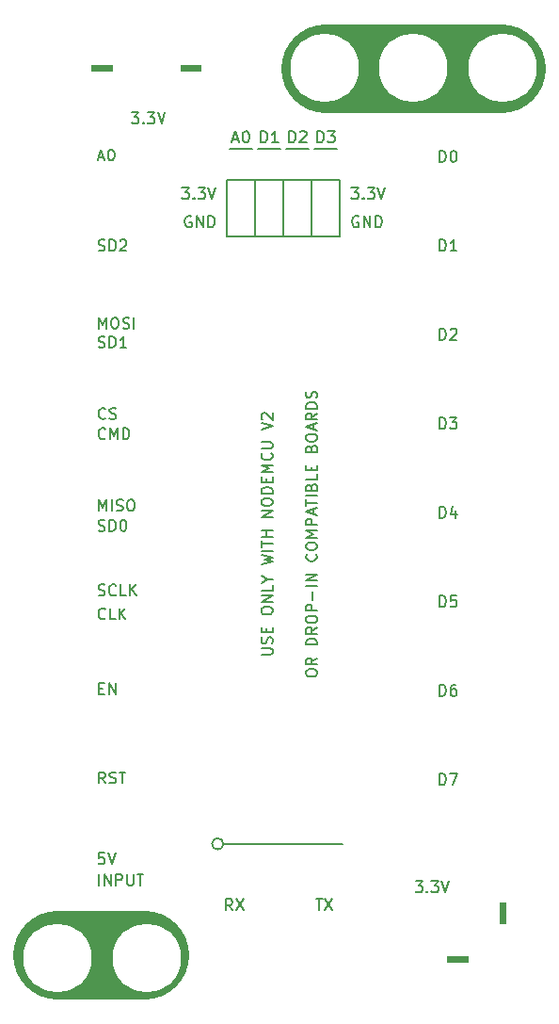
<source format=gto>
%TF.GenerationSoftware,KiCad,Pcbnew,4.0.7-e2-6376~58~ubuntu16.04.1*%
%TF.CreationDate,2018-07-18T10:10:47-07:00*%
%TF.ProjectId,6x11-NodeMCU-V2-Breakout,367831312D4E6F64654D43552D56322D,1.0*%
%TF.FileFunction,Legend,Top*%
%FSLAX46Y46*%
G04 Gerber Fmt 4.6, Leading zero omitted, Abs format (unit mm)*
G04 Created by KiCad (PCBNEW 4.0.7-e2-6376~58~ubuntu16.04.1) date Wed Jul 18 10:10:47 2018*
%MOMM*%
%LPD*%
G01*
G04 APERTURE LIST*
%ADD10C,0.350000*%
%ADD11C,0.152400*%
%ADD12C,0.150000*%
%ADD13C,0.600000*%
%ADD14C,8.000000*%
%ADD15C,0.300000*%
%ADD16C,0.254000*%
%ADD17R,2.184400X1.879600*%
%ADD18O,2.184400X1.879600*%
%ADD19C,6.152400*%
%ADD20C,1.879600*%
G04 APERTURE END LIST*
D10*
D11*
X57694286Y-31919333D02*
X58178095Y-31919333D01*
X57597524Y-32209619D02*
X57936191Y-31193619D01*
X58274857Y-32209619D01*
X58807048Y-31193619D02*
X58903809Y-31193619D01*
X59000571Y-31242000D01*
X59048952Y-31290381D01*
X59097333Y-31387143D01*
X59145714Y-31580667D01*
X59145714Y-31822571D01*
X59097333Y-32016095D01*
X59048952Y-32112857D01*
X59000571Y-32161238D01*
X58903809Y-32209619D01*
X58807048Y-32209619D01*
X58710286Y-32161238D01*
X58661905Y-32112857D01*
X58613524Y-32016095D01*
X58565143Y-31822571D01*
X58565143Y-31580667D01*
X58613524Y-31387143D01*
X58661905Y-31290381D01*
X58710286Y-31242000D01*
X58807048Y-31193619D01*
X60210096Y-32209619D02*
X60210096Y-31193619D01*
X60452001Y-31193619D01*
X60597143Y-31242000D01*
X60693905Y-31338762D01*
X60742286Y-31435524D01*
X60790667Y-31629048D01*
X60790667Y-31774190D01*
X60742286Y-31967714D01*
X60693905Y-32064476D01*
X60597143Y-32161238D01*
X60452001Y-32209619D01*
X60210096Y-32209619D01*
X61758286Y-32209619D02*
X61177715Y-32209619D01*
X61468001Y-32209619D02*
X61468001Y-31193619D01*
X61371239Y-31338762D01*
X61274477Y-31435524D01*
X61177715Y-31483905D01*
X62750096Y-32209619D02*
X62750096Y-31193619D01*
X62992001Y-31193619D01*
X63137143Y-31242000D01*
X63233905Y-31338762D01*
X63282286Y-31435524D01*
X63330667Y-31629048D01*
X63330667Y-31774190D01*
X63282286Y-31967714D01*
X63233905Y-32064476D01*
X63137143Y-32161238D01*
X62992001Y-32209619D01*
X62750096Y-32209619D01*
X63717715Y-31290381D02*
X63766096Y-31242000D01*
X63862858Y-31193619D01*
X64104762Y-31193619D01*
X64201524Y-31242000D01*
X64249905Y-31290381D01*
X64298286Y-31387143D01*
X64298286Y-31483905D01*
X64249905Y-31629048D01*
X63669334Y-32209619D01*
X64298286Y-32209619D01*
X65290096Y-32209619D02*
X65290096Y-31193619D01*
X65532001Y-31193619D01*
X65677143Y-31242000D01*
X65773905Y-31338762D01*
X65822286Y-31435524D01*
X65870667Y-31629048D01*
X65870667Y-31774190D01*
X65822286Y-31967714D01*
X65773905Y-32064476D01*
X65677143Y-32161238D01*
X65532001Y-32209619D01*
X65290096Y-32209619D01*
X66209334Y-31193619D02*
X66838286Y-31193619D01*
X66499620Y-31580667D01*
X66644762Y-31580667D01*
X66741524Y-31629048D01*
X66789905Y-31677429D01*
X66838286Y-31774190D01*
X66838286Y-32016095D01*
X66789905Y-32112857D01*
X66741524Y-32161238D01*
X66644762Y-32209619D01*
X66354477Y-32209619D01*
X66257715Y-32161238D01*
X66209334Y-32112857D01*
X53110191Y-36273619D02*
X53739143Y-36273619D01*
X53400477Y-36660667D01*
X53545619Y-36660667D01*
X53642381Y-36709048D01*
X53690762Y-36757429D01*
X53739143Y-36854190D01*
X53739143Y-37096095D01*
X53690762Y-37192857D01*
X53642381Y-37241238D01*
X53545619Y-37289619D01*
X53255334Y-37289619D01*
X53158572Y-37241238D01*
X53110191Y-37192857D01*
X54174572Y-37192857D02*
X54222953Y-37241238D01*
X54174572Y-37289619D01*
X54126191Y-37241238D01*
X54174572Y-37192857D01*
X54174572Y-37289619D01*
X54561620Y-36273619D02*
X55190572Y-36273619D01*
X54851906Y-36660667D01*
X54997048Y-36660667D01*
X55093810Y-36709048D01*
X55142191Y-36757429D01*
X55190572Y-36854190D01*
X55190572Y-37096095D01*
X55142191Y-37192857D01*
X55093810Y-37241238D01*
X54997048Y-37289619D01*
X54706763Y-37289619D01*
X54610001Y-37241238D01*
X54561620Y-37192857D01*
X55480858Y-36273619D02*
X55819525Y-37289619D01*
X56158191Y-36273619D01*
X53932667Y-38862000D02*
X53835905Y-38813619D01*
X53690762Y-38813619D01*
X53545620Y-38862000D01*
X53448858Y-38958762D01*
X53400477Y-39055524D01*
X53352096Y-39249048D01*
X53352096Y-39394190D01*
X53400477Y-39587714D01*
X53448858Y-39684476D01*
X53545620Y-39781238D01*
X53690762Y-39829619D01*
X53787524Y-39829619D01*
X53932667Y-39781238D01*
X53981048Y-39732857D01*
X53981048Y-39394190D01*
X53787524Y-39394190D01*
X54416477Y-39829619D02*
X54416477Y-38813619D01*
X54997048Y-39829619D01*
X54997048Y-38813619D01*
X55480858Y-39829619D02*
X55480858Y-38813619D01*
X55722763Y-38813619D01*
X55867905Y-38862000D01*
X55964667Y-38958762D01*
X56013048Y-39055524D01*
X56061429Y-39249048D01*
X56061429Y-39394190D01*
X56013048Y-39587714D01*
X55964667Y-39684476D01*
X55867905Y-39781238D01*
X55722763Y-39829619D01*
X55480858Y-39829619D01*
X68979143Y-38862000D02*
X68882381Y-38813619D01*
X68737238Y-38813619D01*
X68592096Y-38862000D01*
X68495334Y-38958762D01*
X68446953Y-39055524D01*
X68398572Y-39249048D01*
X68398572Y-39394190D01*
X68446953Y-39587714D01*
X68495334Y-39684476D01*
X68592096Y-39781238D01*
X68737238Y-39829619D01*
X68834000Y-39829619D01*
X68979143Y-39781238D01*
X69027524Y-39732857D01*
X69027524Y-39394190D01*
X68834000Y-39394190D01*
X69462953Y-39829619D02*
X69462953Y-38813619D01*
X70043524Y-39829619D01*
X70043524Y-38813619D01*
X70527334Y-39829619D02*
X70527334Y-38813619D01*
X70769239Y-38813619D01*
X70914381Y-38862000D01*
X71011143Y-38958762D01*
X71059524Y-39055524D01*
X71107905Y-39249048D01*
X71107905Y-39394190D01*
X71059524Y-39587714D01*
X71011143Y-39684476D01*
X70914381Y-39781238D01*
X70769239Y-39829619D01*
X70527334Y-39829619D01*
X68350191Y-36273619D02*
X68979143Y-36273619D01*
X68640477Y-36660667D01*
X68785619Y-36660667D01*
X68882381Y-36709048D01*
X68930762Y-36757429D01*
X68979143Y-36854190D01*
X68979143Y-37096095D01*
X68930762Y-37192857D01*
X68882381Y-37241238D01*
X68785619Y-37289619D01*
X68495334Y-37289619D01*
X68398572Y-37241238D01*
X68350191Y-37192857D01*
X69414572Y-37192857D02*
X69462953Y-37241238D01*
X69414572Y-37289619D01*
X69366191Y-37241238D01*
X69414572Y-37192857D01*
X69414572Y-37289619D01*
X69801620Y-36273619D02*
X70430572Y-36273619D01*
X70091906Y-36660667D01*
X70237048Y-36660667D01*
X70333810Y-36709048D01*
X70382191Y-36757429D01*
X70430572Y-36854190D01*
X70430572Y-37096095D01*
X70382191Y-37192857D01*
X70333810Y-37241238D01*
X70237048Y-37289619D01*
X69946763Y-37289619D01*
X69850001Y-37241238D01*
X69801620Y-37192857D01*
X70720858Y-36273619D02*
X71059525Y-37289619D01*
X71398191Y-36273619D01*
D12*
X64770000Y-35560000D02*
X64770000Y-40640000D01*
X64770000Y-40640000D02*
X67310000Y-40640000D01*
X67310000Y-40640000D02*
X67310000Y-35560000D01*
X67310000Y-35560000D02*
X64770000Y-35560000D01*
X65040000Y-32790000D02*
X67040000Y-32790000D01*
X62230000Y-35560000D02*
X62230000Y-40640000D01*
X62230000Y-40640000D02*
X64770000Y-40640000D01*
X64770000Y-40640000D02*
X64770000Y-35560000D01*
X64770000Y-35560000D02*
X62230000Y-35560000D01*
X62500000Y-32790000D02*
X64500000Y-32790000D01*
X59690000Y-35560000D02*
X59690000Y-40640000D01*
X59690000Y-40640000D02*
X62230000Y-40640000D01*
X62230000Y-40640000D02*
X62230000Y-35560000D01*
X62230000Y-35560000D02*
X59690000Y-35560000D01*
X59960000Y-32790000D02*
X61960000Y-32790000D01*
D11*
X56896000Y-95250000D02*
X67564000Y-95250000D01*
X56833433Y-95250000D02*
G75*
G03X56833433Y-95250000I-508933J0D01*
G01*
D12*
X57150000Y-35560000D02*
X57150000Y-40640000D01*
X57150000Y-40640000D02*
X59690000Y-40640000D01*
X59690000Y-40640000D02*
X59690000Y-35560000D01*
X59690000Y-35560000D02*
X57150000Y-35560000D01*
X57420000Y-32790000D02*
X59420000Y-32790000D01*
D13*
X81941400Y-97701600D02*
X81941400Y-105601600D01*
D14*
X49741400Y-105251600D02*
X41937400Y-105251600D01*
X66041400Y-25601600D02*
X81841400Y-25601600D01*
D13*
X73941400Y-105601600D02*
X81841400Y-105601600D01*
X41441400Y-25501600D02*
X58241400Y-25501600D01*
D12*
X76301638Y-57953981D02*
X76301638Y-56953981D01*
X76539733Y-56953981D01*
X76682591Y-57001600D01*
X76777829Y-57096838D01*
X76825448Y-57192076D01*
X76873067Y-57382552D01*
X76873067Y-57525410D01*
X76825448Y-57715886D01*
X76777829Y-57811124D01*
X76682591Y-57906362D01*
X76539733Y-57953981D01*
X76301638Y-57953981D01*
X77206400Y-56953981D02*
X77825448Y-56953981D01*
X77492114Y-57334933D01*
X77634972Y-57334933D01*
X77730210Y-57382552D01*
X77777829Y-57430171D01*
X77825448Y-57525410D01*
X77825448Y-57763505D01*
X77777829Y-57858743D01*
X77730210Y-57906362D01*
X77634972Y-57953981D01*
X77349257Y-57953981D01*
X77254019Y-57906362D01*
X77206400Y-57858743D01*
X76301638Y-65953981D02*
X76301638Y-64953981D01*
X76539733Y-64953981D01*
X76682591Y-65001600D01*
X76777829Y-65096838D01*
X76825448Y-65192076D01*
X76873067Y-65382552D01*
X76873067Y-65525410D01*
X76825448Y-65715886D01*
X76777829Y-65811124D01*
X76682591Y-65906362D01*
X76539733Y-65953981D01*
X76301638Y-65953981D01*
X77730210Y-65287314D02*
X77730210Y-65953981D01*
X77492114Y-64906362D02*
X77254019Y-65620648D01*
X77873067Y-65620648D01*
X76301638Y-41953981D02*
X76301638Y-40953981D01*
X76539733Y-40953981D01*
X76682591Y-41001600D01*
X76777829Y-41096838D01*
X76825448Y-41192076D01*
X76873067Y-41382552D01*
X76873067Y-41525410D01*
X76825448Y-41715886D01*
X76777829Y-41811124D01*
X76682591Y-41906362D01*
X76539733Y-41953981D01*
X76301638Y-41953981D01*
X77825448Y-41953981D02*
X77254019Y-41953981D01*
X77539733Y-41953981D02*
X77539733Y-40953981D01*
X77444495Y-41096838D01*
X77349257Y-41192076D01*
X77254019Y-41239695D01*
X76301638Y-49953981D02*
X76301638Y-48953981D01*
X76539733Y-48953981D01*
X76682591Y-49001600D01*
X76777829Y-49096838D01*
X76825448Y-49192076D01*
X76873067Y-49382552D01*
X76873067Y-49525410D01*
X76825448Y-49715886D01*
X76777829Y-49811124D01*
X76682591Y-49906362D01*
X76539733Y-49953981D01*
X76301638Y-49953981D01*
X77254019Y-49049219D02*
X77301638Y-49001600D01*
X77396876Y-48953981D01*
X77634972Y-48953981D01*
X77730210Y-49001600D01*
X77777829Y-49049219D01*
X77825448Y-49144457D01*
X77825448Y-49239695D01*
X77777829Y-49382552D01*
X77206400Y-49953981D01*
X77825448Y-49953981D01*
X76301638Y-33953981D02*
X76301638Y-32953981D01*
X76539733Y-32953981D01*
X76682591Y-33001600D01*
X76777829Y-33096838D01*
X76825448Y-33192076D01*
X76873067Y-33382552D01*
X76873067Y-33525410D01*
X76825448Y-33715886D01*
X76777829Y-33811124D01*
X76682591Y-33906362D01*
X76539733Y-33953981D01*
X76301638Y-33953981D01*
X77492114Y-32953981D02*
X77587353Y-32953981D01*
X77682591Y-33001600D01*
X77730210Y-33049219D01*
X77777829Y-33144457D01*
X77825448Y-33334933D01*
X77825448Y-33573029D01*
X77777829Y-33763505D01*
X77730210Y-33858743D01*
X77682591Y-33906362D01*
X77587353Y-33953981D01*
X77492114Y-33953981D01*
X77396876Y-33906362D01*
X77349257Y-33858743D01*
X77301638Y-33763505D01*
X77254019Y-33573029D01*
X77254019Y-33334933D01*
X77301638Y-33144457D01*
X77349257Y-33049219D01*
X77396876Y-33001600D01*
X77492114Y-32953981D01*
X76301638Y-73953981D02*
X76301638Y-72953981D01*
X76539733Y-72953981D01*
X76682591Y-73001600D01*
X76777829Y-73096838D01*
X76825448Y-73192076D01*
X76873067Y-73382552D01*
X76873067Y-73525410D01*
X76825448Y-73715886D01*
X76777829Y-73811124D01*
X76682591Y-73906362D01*
X76539733Y-73953981D01*
X76301638Y-73953981D01*
X77777829Y-72953981D02*
X77301638Y-72953981D01*
X77254019Y-73430171D01*
X77301638Y-73382552D01*
X77396876Y-73334933D01*
X77634972Y-73334933D01*
X77730210Y-73382552D01*
X77777829Y-73430171D01*
X77825448Y-73525410D01*
X77825448Y-73763505D01*
X77777829Y-73858743D01*
X77730210Y-73906362D01*
X77634972Y-73953981D01*
X77396876Y-73953981D01*
X77301638Y-73906362D01*
X77254019Y-73858743D01*
X76301638Y-81953981D02*
X76301638Y-80953981D01*
X76539733Y-80953981D01*
X76682591Y-81001600D01*
X76777829Y-81096838D01*
X76825448Y-81192076D01*
X76873067Y-81382552D01*
X76873067Y-81525410D01*
X76825448Y-81715886D01*
X76777829Y-81811124D01*
X76682591Y-81906362D01*
X76539733Y-81953981D01*
X76301638Y-81953981D01*
X77730210Y-80953981D02*
X77539733Y-80953981D01*
X77444495Y-81001600D01*
X77396876Y-81049219D01*
X77301638Y-81192076D01*
X77254019Y-81382552D01*
X77254019Y-81763505D01*
X77301638Y-81858743D01*
X77349257Y-81906362D01*
X77444495Y-81953981D01*
X77634972Y-81953981D01*
X77730210Y-81906362D01*
X77777829Y-81858743D01*
X77825448Y-81763505D01*
X77825448Y-81525410D01*
X77777829Y-81430171D01*
X77730210Y-81382552D01*
X77634972Y-81334933D01*
X77444495Y-81334933D01*
X77349257Y-81382552D01*
X77301638Y-81430171D01*
X77254019Y-81525410D01*
X76301638Y-89953981D02*
X76301638Y-88953981D01*
X76539733Y-88953981D01*
X76682591Y-89001600D01*
X76777829Y-89096838D01*
X76825448Y-89192076D01*
X76873067Y-89382552D01*
X76873067Y-89525410D01*
X76825448Y-89715886D01*
X76777829Y-89811124D01*
X76682591Y-89906362D01*
X76539733Y-89953981D01*
X76301638Y-89953981D01*
X77206400Y-88953981D02*
X77873067Y-88953981D01*
X77444495Y-89953981D01*
X48593210Y-29525981D02*
X49212258Y-29525981D01*
X48878924Y-29906933D01*
X49021782Y-29906933D01*
X49117020Y-29954552D01*
X49164639Y-30002171D01*
X49212258Y-30097410D01*
X49212258Y-30335505D01*
X49164639Y-30430743D01*
X49117020Y-30478362D01*
X49021782Y-30525981D01*
X48736067Y-30525981D01*
X48640829Y-30478362D01*
X48593210Y-30430743D01*
X49640829Y-30430743D02*
X49688448Y-30478362D01*
X49640829Y-30525981D01*
X49593210Y-30478362D01*
X49640829Y-30430743D01*
X49640829Y-30525981D01*
X50021781Y-29525981D02*
X50640829Y-29525981D01*
X50307495Y-29906933D01*
X50450353Y-29906933D01*
X50545591Y-29954552D01*
X50593210Y-30002171D01*
X50640829Y-30097410D01*
X50640829Y-30335505D01*
X50593210Y-30430743D01*
X50545591Y-30478362D01*
X50450353Y-30525981D01*
X50164638Y-30525981D01*
X50069400Y-30478362D01*
X50021781Y-30430743D01*
X50926543Y-29525981D02*
X51259876Y-30525981D01*
X51593210Y-29525981D01*
X45600686Y-67090362D02*
X45743543Y-67137981D01*
X45981639Y-67137981D01*
X46076877Y-67090362D01*
X46124496Y-67042743D01*
X46172115Y-66947505D01*
X46172115Y-66852267D01*
X46124496Y-66757029D01*
X46076877Y-66709410D01*
X45981639Y-66661790D01*
X45791162Y-66614171D01*
X45695924Y-66566552D01*
X45648305Y-66518933D01*
X45600686Y-66423695D01*
X45600686Y-66328457D01*
X45648305Y-66233219D01*
X45695924Y-66185600D01*
X45791162Y-66137981D01*
X46029258Y-66137981D01*
X46172115Y-66185600D01*
X46600686Y-67137981D02*
X46600686Y-66137981D01*
X46838781Y-66137981D01*
X46981639Y-66185600D01*
X47076877Y-66280838D01*
X47124496Y-66376076D01*
X47172115Y-66566552D01*
X47172115Y-66709410D01*
X47124496Y-66899886D01*
X47076877Y-66995124D01*
X46981639Y-67090362D01*
X46838781Y-67137981D01*
X46600686Y-67137981D01*
X47791162Y-66137981D02*
X47886401Y-66137981D01*
X47981639Y-66185600D01*
X48029258Y-66233219D01*
X48076877Y-66328457D01*
X48124496Y-66518933D01*
X48124496Y-66757029D01*
X48076877Y-66947505D01*
X48029258Y-67042743D01*
X47981639Y-67090362D01*
X47886401Y-67137981D01*
X47791162Y-67137981D01*
X47695924Y-67090362D01*
X47648305Y-67042743D01*
X47600686Y-66947505D01*
X47553067Y-66757029D01*
X47553067Y-66518933D01*
X47600686Y-66328457D01*
X47648305Y-66233219D01*
X47695924Y-66185600D01*
X47791162Y-66137981D01*
X46219734Y-74982743D02*
X46172115Y-75030362D01*
X46029258Y-75077981D01*
X45934020Y-75077981D01*
X45791162Y-75030362D01*
X45695924Y-74935124D01*
X45648305Y-74839886D01*
X45600686Y-74649410D01*
X45600686Y-74506552D01*
X45648305Y-74316076D01*
X45695924Y-74220838D01*
X45791162Y-74125600D01*
X45934020Y-74077981D01*
X46029258Y-74077981D01*
X46172115Y-74125600D01*
X46219734Y-74173219D01*
X47124496Y-75077981D02*
X46648305Y-75077981D01*
X46648305Y-74077981D01*
X47457829Y-75077981D02*
X47457829Y-74077981D01*
X48029258Y-75077981D02*
X47600686Y-74506552D01*
X48029258Y-74077981D02*
X47457829Y-74649410D01*
X45648305Y-98978981D02*
X45648305Y-97978981D01*
X46124495Y-98978981D02*
X46124495Y-97978981D01*
X46695924Y-98978981D01*
X46695924Y-97978981D01*
X47172114Y-98978981D02*
X47172114Y-97978981D01*
X47553067Y-97978981D01*
X47648305Y-98026600D01*
X47695924Y-98074219D01*
X47743543Y-98169457D01*
X47743543Y-98312314D01*
X47695924Y-98407552D01*
X47648305Y-98455171D01*
X47553067Y-98502790D01*
X47172114Y-98502790D01*
X48172114Y-97978981D02*
X48172114Y-98788505D01*
X48219733Y-98883743D01*
X48267352Y-98931362D01*
X48362590Y-98978981D01*
X48553067Y-98978981D01*
X48648305Y-98931362D01*
X48695924Y-98883743D01*
X48743543Y-98788505D01*
X48743543Y-97978981D01*
X49076876Y-97978981D02*
X49648305Y-97978981D01*
X49362590Y-98978981D02*
X49362590Y-97978981D01*
X46219734Y-89807981D02*
X45886400Y-89331790D01*
X45648305Y-89807981D02*
X45648305Y-88807981D01*
X46029258Y-88807981D01*
X46124496Y-88855600D01*
X46172115Y-88903219D01*
X46219734Y-88998457D01*
X46219734Y-89141314D01*
X46172115Y-89236552D01*
X46124496Y-89284171D01*
X46029258Y-89331790D01*
X45648305Y-89331790D01*
X46600686Y-89760362D02*
X46743543Y-89807981D01*
X46981639Y-89807981D01*
X47076877Y-89760362D01*
X47124496Y-89712743D01*
X47172115Y-89617505D01*
X47172115Y-89522267D01*
X47124496Y-89427029D01*
X47076877Y-89379410D01*
X46981639Y-89331790D01*
X46791162Y-89284171D01*
X46695924Y-89236552D01*
X46648305Y-89188933D01*
X46600686Y-89093695D01*
X46600686Y-88998457D01*
X46648305Y-88903219D01*
X46695924Y-88855600D01*
X46791162Y-88807981D01*
X47029258Y-88807981D01*
X47172115Y-88855600D01*
X47457829Y-88807981D02*
X48029258Y-88807981D01*
X47743543Y-89807981D02*
X47743543Y-88807981D01*
X46219734Y-58792743D02*
X46172115Y-58840362D01*
X46029258Y-58887981D01*
X45934020Y-58887981D01*
X45791162Y-58840362D01*
X45695924Y-58745124D01*
X45648305Y-58649886D01*
X45600686Y-58459410D01*
X45600686Y-58316552D01*
X45648305Y-58126076D01*
X45695924Y-58030838D01*
X45791162Y-57935600D01*
X45934020Y-57887981D01*
X46029258Y-57887981D01*
X46172115Y-57935600D01*
X46219734Y-57983219D01*
X46648305Y-58887981D02*
X46648305Y-57887981D01*
X46981639Y-58602267D01*
X47314972Y-57887981D01*
X47314972Y-58887981D01*
X47791162Y-58887981D02*
X47791162Y-57887981D01*
X48029257Y-57887981D01*
X48172115Y-57935600D01*
X48267353Y-58030838D01*
X48314972Y-58126076D01*
X48362591Y-58316552D01*
X48362591Y-58459410D01*
X48314972Y-58649886D01*
X48267353Y-58745124D01*
X48172115Y-58840362D01*
X48029257Y-58887981D01*
X47791162Y-58887981D01*
X45600686Y-41906362D02*
X45743543Y-41953981D01*
X45981639Y-41953981D01*
X46076877Y-41906362D01*
X46124496Y-41858743D01*
X46172115Y-41763505D01*
X46172115Y-41668267D01*
X46124496Y-41573029D01*
X46076877Y-41525410D01*
X45981639Y-41477790D01*
X45791162Y-41430171D01*
X45695924Y-41382552D01*
X45648305Y-41334933D01*
X45600686Y-41239695D01*
X45600686Y-41144457D01*
X45648305Y-41049219D01*
X45695924Y-41001600D01*
X45791162Y-40953981D01*
X46029258Y-40953981D01*
X46172115Y-41001600D01*
X46600686Y-41953981D02*
X46600686Y-40953981D01*
X46838781Y-40953981D01*
X46981639Y-41001600D01*
X47076877Y-41096838D01*
X47124496Y-41192076D01*
X47172115Y-41382552D01*
X47172115Y-41525410D01*
X47124496Y-41715886D01*
X47076877Y-41811124D01*
X46981639Y-41906362D01*
X46838781Y-41953981D01*
X46600686Y-41953981D01*
X47553067Y-41049219D02*
X47600686Y-41001600D01*
X47695924Y-40953981D01*
X47934020Y-40953981D01*
X48029258Y-41001600D01*
X48076877Y-41049219D01*
X48124496Y-41144457D01*
X48124496Y-41239695D01*
X48076877Y-41382552D01*
X47505448Y-41953981D01*
X48124496Y-41953981D01*
X45600686Y-50602362D02*
X45743543Y-50649981D01*
X45981639Y-50649981D01*
X46076877Y-50602362D01*
X46124496Y-50554743D01*
X46172115Y-50459505D01*
X46172115Y-50364267D01*
X46124496Y-50269029D01*
X46076877Y-50221410D01*
X45981639Y-50173790D01*
X45791162Y-50126171D01*
X45695924Y-50078552D01*
X45648305Y-50030933D01*
X45600686Y-49935695D01*
X45600686Y-49840457D01*
X45648305Y-49745219D01*
X45695924Y-49697600D01*
X45791162Y-49649981D01*
X46029258Y-49649981D01*
X46172115Y-49697600D01*
X46600686Y-50649981D02*
X46600686Y-49649981D01*
X46838781Y-49649981D01*
X46981639Y-49697600D01*
X47076877Y-49792838D01*
X47124496Y-49888076D01*
X47172115Y-50078552D01*
X47172115Y-50221410D01*
X47124496Y-50411886D01*
X47076877Y-50507124D01*
X46981639Y-50602362D01*
X46838781Y-50649981D01*
X46600686Y-50649981D01*
X48124496Y-50649981D02*
X47553067Y-50649981D01*
X47838781Y-50649981D02*
X47838781Y-49649981D01*
X47743543Y-49792838D01*
X47648305Y-49888076D01*
X47553067Y-49935695D01*
X45600686Y-33552267D02*
X46076877Y-33552267D01*
X45505448Y-33837981D02*
X45838781Y-32837981D01*
X46172115Y-33837981D01*
X46695924Y-32837981D02*
X46791163Y-32837981D01*
X46886401Y-32885600D01*
X46934020Y-32933219D01*
X46981639Y-33028457D01*
X47029258Y-33218933D01*
X47029258Y-33457029D01*
X46981639Y-33647505D01*
X46934020Y-33742743D01*
X46886401Y-33790362D01*
X46791163Y-33837981D01*
X46695924Y-33837981D01*
X46600686Y-33790362D01*
X46553067Y-33742743D01*
X46505448Y-33647505D01*
X46457829Y-33457029D01*
X46457829Y-33218933D01*
X46505448Y-33028457D01*
X46553067Y-32933219D01*
X46600686Y-32885600D01*
X46695924Y-32837981D01*
X46124496Y-96073981D02*
X45648305Y-96073981D01*
X45600686Y-96550171D01*
X45648305Y-96502552D01*
X45743543Y-96454933D01*
X45981639Y-96454933D01*
X46076877Y-96502552D01*
X46124496Y-96550171D01*
X46172115Y-96645410D01*
X46172115Y-96883505D01*
X46124496Y-96978743D01*
X46076877Y-97026362D01*
X45981639Y-97073981D01*
X45743543Y-97073981D01*
X45648305Y-97026362D01*
X45600686Y-96978743D01*
X46457829Y-96073981D02*
X46791162Y-97073981D01*
X47124496Y-96073981D01*
X65178495Y-100220981D02*
X65749924Y-100220981D01*
X65464209Y-101220981D02*
X65464209Y-100220981D01*
X65988019Y-100220981D02*
X66654686Y-101220981D01*
X66654686Y-100220981D02*
X65988019Y-101220981D01*
X57645734Y-101220981D02*
X57312400Y-100744790D01*
X57074305Y-101220981D02*
X57074305Y-100220981D01*
X57455258Y-100220981D01*
X57550496Y-100268600D01*
X57598115Y-100316219D01*
X57645734Y-100411457D01*
X57645734Y-100554314D01*
X57598115Y-100649552D01*
X57550496Y-100697171D01*
X57455258Y-100744790D01*
X57074305Y-100744790D01*
X57979067Y-100220981D02*
X58645734Y-101220981D01*
X58645734Y-100220981D02*
X57979067Y-101220981D01*
X74120210Y-98613981D02*
X74739258Y-98613981D01*
X74405924Y-98994933D01*
X74548782Y-98994933D01*
X74644020Y-99042552D01*
X74691639Y-99090171D01*
X74739258Y-99185410D01*
X74739258Y-99423505D01*
X74691639Y-99518743D01*
X74644020Y-99566362D01*
X74548782Y-99613981D01*
X74263067Y-99613981D01*
X74167829Y-99566362D01*
X74120210Y-99518743D01*
X75167829Y-99518743D02*
X75215448Y-99566362D01*
X75167829Y-99613981D01*
X75120210Y-99566362D01*
X75167829Y-99518743D01*
X75167829Y-99613981D01*
X75548781Y-98613981D02*
X76167829Y-98613981D01*
X75834495Y-98994933D01*
X75977353Y-98994933D01*
X76072591Y-99042552D01*
X76120210Y-99090171D01*
X76167829Y-99185410D01*
X76167829Y-99423505D01*
X76120210Y-99518743D01*
X76072591Y-99566362D01*
X75977353Y-99613981D01*
X75691638Y-99613981D01*
X75596400Y-99566362D01*
X75548781Y-99518743D01*
X76453543Y-98613981D02*
X76786876Y-99613981D01*
X77120210Y-98613981D01*
X45648305Y-81310171D02*
X45981639Y-81310171D01*
X46124496Y-81833981D02*
X45648305Y-81833981D01*
X45648305Y-80833981D01*
X46124496Y-80833981D01*
X46553067Y-81833981D02*
X46553067Y-80833981D01*
X47124496Y-81833981D01*
X47124496Y-80833981D01*
X45648305Y-65323981D02*
X45648305Y-64323981D01*
X45981639Y-65038267D01*
X46314972Y-64323981D01*
X46314972Y-65323981D01*
X46791162Y-65323981D02*
X46791162Y-64323981D01*
X47219733Y-65276362D02*
X47362590Y-65323981D01*
X47600686Y-65323981D01*
X47695924Y-65276362D01*
X47743543Y-65228743D01*
X47791162Y-65133505D01*
X47791162Y-65038267D01*
X47743543Y-64943029D01*
X47695924Y-64895410D01*
X47600686Y-64847790D01*
X47410209Y-64800171D01*
X47314971Y-64752552D01*
X47267352Y-64704933D01*
X47219733Y-64609695D01*
X47219733Y-64514457D01*
X47267352Y-64419219D01*
X47314971Y-64371600D01*
X47410209Y-64323981D01*
X47648305Y-64323981D01*
X47791162Y-64371600D01*
X48410209Y-64323981D02*
X48600686Y-64323981D01*
X48695924Y-64371600D01*
X48791162Y-64466838D01*
X48838781Y-64657314D01*
X48838781Y-64990648D01*
X48791162Y-65181124D01*
X48695924Y-65276362D01*
X48600686Y-65323981D01*
X48410209Y-65323981D01*
X48314971Y-65276362D01*
X48219733Y-65181124D01*
X48172114Y-64990648D01*
X48172114Y-64657314D01*
X48219733Y-64466838D01*
X48314971Y-64371600D01*
X48410209Y-64323981D01*
X46219734Y-56973743D02*
X46172115Y-57021362D01*
X46029258Y-57068981D01*
X45934020Y-57068981D01*
X45791162Y-57021362D01*
X45695924Y-56926124D01*
X45648305Y-56830886D01*
X45600686Y-56640410D01*
X45600686Y-56497552D01*
X45648305Y-56307076D01*
X45695924Y-56211838D01*
X45791162Y-56116600D01*
X45934020Y-56068981D01*
X46029258Y-56068981D01*
X46172115Y-56116600D01*
X46219734Y-56164219D01*
X46600686Y-57021362D02*
X46743543Y-57068981D01*
X46981639Y-57068981D01*
X47076877Y-57021362D01*
X47124496Y-56973743D01*
X47172115Y-56878505D01*
X47172115Y-56783267D01*
X47124496Y-56688029D01*
X47076877Y-56640410D01*
X46981639Y-56592790D01*
X46791162Y-56545171D01*
X46695924Y-56497552D01*
X46648305Y-56449933D01*
X46600686Y-56354695D01*
X46600686Y-56259457D01*
X46648305Y-56164219D01*
X46695924Y-56116600D01*
X46791162Y-56068981D01*
X47029258Y-56068981D01*
X47172115Y-56116600D01*
X45648305Y-48940981D02*
X45648305Y-47940981D01*
X45981639Y-48655267D01*
X46314972Y-47940981D01*
X46314972Y-48940981D01*
X46981638Y-47940981D02*
X47172115Y-47940981D01*
X47267353Y-47988600D01*
X47362591Y-48083838D01*
X47410210Y-48274314D01*
X47410210Y-48607648D01*
X47362591Y-48798124D01*
X47267353Y-48893362D01*
X47172115Y-48940981D01*
X46981638Y-48940981D01*
X46886400Y-48893362D01*
X46791162Y-48798124D01*
X46743543Y-48607648D01*
X46743543Y-48274314D01*
X46791162Y-48083838D01*
X46886400Y-47988600D01*
X46981638Y-47940981D01*
X47791162Y-48893362D02*
X47934019Y-48940981D01*
X48172115Y-48940981D01*
X48267353Y-48893362D01*
X48314972Y-48845743D01*
X48362591Y-48750505D01*
X48362591Y-48655267D01*
X48314972Y-48560029D01*
X48267353Y-48512410D01*
X48172115Y-48464790D01*
X47981638Y-48417171D01*
X47886400Y-48369552D01*
X47838781Y-48321933D01*
X47791162Y-48226695D01*
X47791162Y-48131457D01*
X47838781Y-48036219D01*
X47886400Y-47988600D01*
X47981638Y-47940981D01*
X48219734Y-47940981D01*
X48362591Y-47988600D01*
X48791162Y-48940981D02*
X48791162Y-47940981D01*
X64253781Y-79983029D02*
X64253781Y-79792552D01*
X64301400Y-79697314D01*
X64396638Y-79602076D01*
X64587114Y-79554457D01*
X64920448Y-79554457D01*
X65110924Y-79602076D01*
X65206162Y-79697314D01*
X65253781Y-79792552D01*
X65253781Y-79983029D01*
X65206162Y-80078267D01*
X65110924Y-80173505D01*
X64920448Y-80221124D01*
X64587114Y-80221124D01*
X64396638Y-80173505D01*
X64301400Y-80078267D01*
X64253781Y-79983029D01*
X65253781Y-78554457D02*
X64777590Y-78887791D01*
X65253781Y-79125886D02*
X64253781Y-79125886D01*
X64253781Y-78744933D01*
X64301400Y-78649695D01*
X64349019Y-78602076D01*
X64444257Y-78554457D01*
X64587114Y-78554457D01*
X64682352Y-78602076D01*
X64729971Y-78649695D01*
X64777590Y-78744933D01*
X64777590Y-79125886D01*
X65253781Y-77363981D02*
X64253781Y-77363981D01*
X64253781Y-77125886D01*
X64301400Y-76983028D01*
X64396638Y-76887790D01*
X64491876Y-76840171D01*
X64682352Y-76792552D01*
X64825210Y-76792552D01*
X65015686Y-76840171D01*
X65110924Y-76887790D01*
X65206162Y-76983028D01*
X65253781Y-77125886D01*
X65253781Y-77363981D01*
X65253781Y-75792552D02*
X64777590Y-76125886D01*
X65253781Y-76363981D02*
X64253781Y-76363981D01*
X64253781Y-75983028D01*
X64301400Y-75887790D01*
X64349019Y-75840171D01*
X64444257Y-75792552D01*
X64587114Y-75792552D01*
X64682352Y-75840171D01*
X64729971Y-75887790D01*
X64777590Y-75983028D01*
X64777590Y-76363981D01*
X64253781Y-75173505D02*
X64253781Y-74983028D01*
X64301400Y-74887790D01*
X64396638Y-74792552D01*
X64587114Y-74744933D01*
X64920448Y-74744933D01*
X65110924Y-74792552D01*
X65206162Y-74887790D01*
X65253781Y-74983028D01*
X65253781Y-75173505D01*
X65206162Y-75268743D01*
X65110924Y-75363981D01*
X64920448Y-75411600D01*
X64587114Y-75411600D01*
X64396638Y-75363981D01*
X64301400Y-75268743D01*
X64253781Y-75173505D01*
X65253781Y-74316362D02*
X64253781Y-74316362D01*
X64253781Y-73935409D01*
X64301400Y-73840171D01*
X64349019Y-73792552D01*
X64444257Y-73744933D01*
X64587114Y-73744933D01*
X64682352Y-73792552D01*
X64729971Y-73840171D01*
X64777590Y-73935409D01*
X64777590Y-74316362D01*
X64872829Y-73316362D02*
X64872829Y-72554457D01*
X65253781Y-72078267D02*
X64253781Y-72078267D01*
X65253781Y-71602077D02*
X64253781Y-71602077D01*
X65253781Y-71030648D01*
X64253781Y-71030648D01*
X65158543Y-69221124D02*
X65206162Y-69268743D01*
X65253781Y-69411600D01*
X65253781Y-69506838D01*
X65206162Y-69649696D01*
X65110924Y-69744934D01*
X65015686Y-69792553D01*
X64825210Y-69840172D01*
X64682352Y-69840172D01*
X64491876Y-69792553D01*
X64396638Y-69744934D01*
X64301400Y-69649696D01*
X64253781Y-69506838D01*
X64253781Y-69411600D01*
X64301400Y-69268743D01*
X64349019Y-69221124D01*
X64253781Y-68602077D02*
X64253781Y-68411600D01*
X64301400Y-68316362D01*
X64396638Y-68221124D01*
X64587114Y-68173505D01*
X64920448Y-68173505D01*
X65110924Y-68221124D01*
X65206162Y-68316362D01*
X65253781Y-68411600D01*
X65253781Y-68602077D01*
X65206162Y-68697315D01*
X65110924Y-68792553D01*
X64920448Y-68840172D01*
X64587114Y-68840172D01*
X64396638Y-68792553D01*
X64301400Y-68697315D01*
X64253781Y-68602077D01*
X65253781Y-67744934D02*
X64253781Y-67744934D01*
X64968067Y-67411600D01*
X64253781Y-67078267D01*
X65253781Y-67078267D01*
X65253781Y-66602077D02*
X64253781Y-66602077D01*
X64253781Y-66221124D01*
X64301400Y-66125886D01*
X64349019Y-66078267D01*
X64444257Y-66030648D01*
X64587114Y-66030648D01*
X64682352Y-66078267D01*
X64729971Y-66125886D01*
X64777590Y-66221124D01*
X64777590Y-66602077D01*
X64968067Y-65649696D02*
X64968067Y-65173505D01*
X65253781Y-65744934D02*
X64253781Y-65411601D01*
X65253781Y-65078267D01*
X64253781Y-64887791D02*
X64253781Y-64316362D01*
X65253781Y-64602077D02*
X64253781Y-64602077D01*
X65253781Y-63983029D02*
X64253781Y-63983029D01*
X64729971Y-63173505D02*
X64777590Y-63030648D01*
X64825210Y-62983029D01*
X64920448Y-62935410D01*
X65063305Y-62935410D01*
X65158543Y-62983029D01*
X65206162Y-63030648D01*
X65253781Y-63125886D01*
X65253781Y-63506839D01*
X64253781Y-63506839D01*
X64253781Y-63173505D01*
X64301400Y-63078267D01*
X64349019Y-63030648D01*
X64444257Y-62983029D01*
X64539495Y-62983029D01*
X64634733Y-63030648D01*
X64682352Y-63078267D01*
X64729971Y-63173505D01*
X64729971Y-63506839D01*
X65253781Y-62030648D02*
X65253781Y-62506839D01*
X64253781Y-62506839D01*
X64729971Y-61697315D02*
X64729971Y-61363981D01*
X65253781Y-61221124D02*
X65253781Y-61697315D01*
X64253781Y-61697315D01*
X64253781Y-61221124D01*
X64729971Y-59697314D02*
X64777590Y-59554457D01*
X64825210Y-59506838D01*
X64920448Y-59459219D01*
X65063305Y-59459219D01*
X65158543Y-59506838D01*
X65206162Y-59554457D01*
X65253781Y-59649695D01*
X65253781Y-60030648D01*
X64253781Y-60030648D01*
X64253781Y-59697314D01*
X64301400Y-59602076D01*
X64349019Y-59554457D01*
X64444257Y-59506838D01*
X64539495Y-59506838D01*
X64634733Y-59554457D01*
X64682352Y-59602076D01*
X64729971Y-59697314D01*
X64729971Y-60030648D01*
X64253781Y-58840172D02*
X64253781Y-58649695D01*
X64301400Y-58554457D01*
X64396638Y-58459219D01*
X64587114Y-58411600D01*
X64920448Y-58411600D01*
X65110924Y-58459219D01*
X65206162Y-58554457D01*
X65253781Y-58649695D01*
X65253781Y-58840172D01*
X65206162Y-58935410D01*
X65110924Y-59030648D01*
X64920448Y-59078267D01*
X64587114Y-59078267D01*
X64396638Y-59030648D01*
X64301400Y-58935410D01*
X64253781Y-58840172D01*
X64968067Y-58030648D02*
X64968067Y-57554457D01*
X65253781Y-58125886D02*
X64253781Y-57792553D01*
X65253781Y-57459219D01*
X65253781Y-56554457D02*
X64777590Y-56887791D01*
X65253781Y-57125886D02*
X64253781Y-57125886D01*
X64253781Y-56744933D01*
X64301400Y-56649695D01*
X64349019Y-56602076D01*
X64444257Y-56554457D01*
X64587114Y-56554457D01*
X64682352Y-56602076D01*
X64729971Y-56649695D01*
X64777590Y-56744933D01*
X64777590Y-57125886D01*
X65253781Y-56125886D02*
X64253781Y-56125886D01*
X64253781Y-55887791D01*
X64301400Y-55744933D01*
X64396638Y-55649695D01*
X64491876Y-55602076D01*
X64682352Y-55554457D01*
X64825210Y-55554457D01*
X65015686Y-55602076D01*
X65110924Y-55649695D01*
X65206162Y-55744933D01*
X65253781Y-55887791D01*
X65253781Y-56125886D01*
X65206162Y-55173505D02*
X65253781Y-55030648D01*
X65253781Y-54792552D01*
X65206162Y-54697314D01*
X65158543Y-54649695D01*
X65063305Y-54602076D01*
X64968067Y-54602076D01*
X64872829Y-54649695D01*
X64825210Y-54697314D01*
X64777590Y-54792552D01*
X64729971Y-54983029D01*
X64682352Y-55078267D01*
X64634733Y-55125886D01*
X64539495Y-55173505D01*
X64444257Y-55173505D01*
X64349019Y-55125886D01*
X64301400Y-55078267D01*
X64253781Y-54983029D01*
X64253781Y-54744933D01*
X64301400Y-54602076D01*
X60256781Y-78244934D02*
X61066305Y-78244934D01*
X61161543Y-78197315D01*
X61209162Y-78149696D01*
X61256781Y-78054458D01*
X61256781Y-77863981D01*
X61209162Y-77768743D01*
X61161543Y-77721124D01*
X61066305Y-77673505D01*
X60256781Y-77673505D01*
X61209162Y-77244934D02*
X61256781Y-77102077D01*
X61256781Y-76863981D01*
X61209162Y-76768743D01*
X61161543Y-76721124D01*
X61066305Y-76673505D01*
X60971067Y-76673505D01*
X60875829Y-76721124D01*
X60828210Y-76768743D01*
X60780590Y-76863981D01*
X60732971Y-77054458D01*
X60685352Y-77149696D01*
X60637733Y-77197315D01*
X60542495Y-77244934D01*
X60447257Y-77244934D01*
X60352019Y-77197315D01*
X60304400Y-77149696D01*
X60256781Y-77054458D01*
X60256781Y-76816362D01*
X60304400Y-76673505D01*
X60732971Y-76244934D02*
X60732971Y-75911600D01*
X61256781Y-75768743D02*
X61256781Y-76244934D01*
X60256781Y-76244934D01*
X60256781Y-75768743D01*
X60256781Y-74387791D02*
X60256781Y-74197314D01*
X60304400Y-74102076D01*
X60399638Y-74006838D01*
X60590114Y-73959219D01*
X60923448Y-73959219D01*
X61113924Y-74006838D01*
X61209162Y-74102076D01*
X61256781Y-74197314D01*
X61256781Y-74387791D01*
X61209162Y-74483029D01*
X61113924Y-74578267D01*
X60923448Y-74625886D01*
X60590114Y-74625886D01*
X60399638Y-74578267D01*
X60304400Y-74483029D01*
X60256781Y-74387791D01*
X61256781Y-73530648D02*
X60256781Y-73530648D01*
X61256781Y-72959219D01*
X60256781Y-72959219D01*
X61256781Y-72006838D02*
X61256781Y-72483029D01*
X60256781Y-72483029D01*
X60780590Y-71483029D02*
X61256781Y-71483029D01*
X60256781Y-71816362D02*
X60780590Y-71483029D01*
X60256781Y-71149695D01*
X60256781Y-70149695D02*
X61256781Y-69911600D01*
X60542495Y-69721123D01*
X61256781Y-69530647D01*
X60256781Y-69292552D01*
X61256781Y-68911600D02*
X60256781Y-68911600D01*
X60256781Y-68578267D02*
X60256781Y-68006838D01*
X61256781Y-68292553D02*
X60256781Y-68292553D01*
X61256781Y-67673505D02*
X60256781Y-67673505D01*
X60732971Y-67673505D02*
X60732971Y-67102076D01*
X61256781Y-67102076D02*
X60256781Y-67102076D01*
X61256781Y-65863981D02*
X60256781Y-65863981D01*
X61256781Y-65292552D01*
X60256781Y-65292552D01*
X60256781Y-64625886D02*
X60256781Y-64435409D01*
X60304400Y-64340171D01*
X60399638Y-64244933D01*
X60590114Y-64197314D01*
X60923448Y-64197314D01*
X61113924Y-64244933D01*
X61209162Y-64340171D01*
X61256781Y-64435409D01*
X61256781Y-64625886D01*
X61209162Y-64721124D01*
X61113924Y-64816362D01*
X60923448Y-64863981D01*
X60590114Y-64863981D01*
X60399638Y-64816362D01*
X60304400Y-64721124D01*
X60256781Y-64625886D01*
X61256781Y-63768743D02*
X60256781Y-63768743D01*
X60256781Y-63530648D01*
X60304400Y-63387790D01*
X60399638Y-63292552D01*
X60494876Y-63244933D01*
X60685352Y-63197314D01*
X60828210Y-63197314D01*
X61018686Y-63244933D01*
X61113924Y-63292552D01*
X61209162Y-63387790D01*
X61256781Y-63530648D01*
X61256781Y-63768743D01*
X60732971Y-62768743D02*
X60732971Y-62435409D01*
X61256781Y-62292552D02*
X61256781Y-62768743D01*
X60256781Y-62768743D01*
X60256781Y-62292552D01*
X61256781Y-61863981D02*
X60256781Y-61863981D01*
X60971067Y-61530647D01*
X60256781Y-61197314D01*
X61256781Y-61197314D01*
X61161543Y-60149695D02*
X61209162Y-60197314D01*
X61256781Y-60340171D01*
X61256781Y-60435409D01*
X61209162Y-60578267D01*
X61113924Y-60673505D01*
X61018686Y-60721124D01*
X60828210Y-60768743D01*
X60685352Y-60768743D01*
X60494876Y-60721124D01*
X60399638Y-60673505D01*
X60304400Y-60578267D01*
X60256781Y-60435409D01*
X60256781Y-60340171D01*
X60304400Y-60197314D01*
X60352019Y-60149695D01*
X60256781Y-59721124D02*
X61066305Y-59721124D01*
X61161543Y-59673505D01*
X61209162Y-59625886D01*
X61256781Y-59530648D01*
X61256781Y-59340171D01*
X61209162Y-59244933D01*
X61161543Y-59197314D01*
X61066305Y-59149695D01*
X60256781Y-59149695D01*
X60256781Y-58054457D02*
X61256781Y-57721124D01*
X60256781Y-57387790D01*
X60352019Y-57102076D02*
X60304400Y-57054457D01*
X60256781Y-56959219D01*
X60256781Y-56721123D01*
X60304400Y-56625885D01*
X60352019Y-56578266D01*
X60447257Y-56530647D01*
X60542495Y-56530647D01*
X60685352Y-56578266D01*
X61256781Y-57149695D01*
X61256781Y-56530647D01*
X45600686Y-72896362D02*
X45743543Y-72943981D01*
X45981639Y-72943981D01*
X46076877Y-72896362D01*
X46124496Y-72848743D01*
X46172115Y-72753505D01*
X46172115Y-72658267D01*
X46124496Y-72563029D01*
X46076877Y-72515410D01*
X45981639Y-72467790D01*
X45791162Y-72420171D01*
X45695924Y-72372552D01*
X45648305Y-72324933D01*
X45600686Y-72229695D01*
X45600686Y-72134457D01*
X45648305Y-72039219D01*
X45695924Y-71991600D01*
X45791162Y-71943981D01*
X46029258Y-71943981D01*
X46172115Y-71991600D01*
X47172115Y-72848743D02*
X47124496Y-72896362D01*
X46981639Y-72943981D01*
X46886401Y-72943981D01*
X46743543Y-72896362D01*
X46648305Y-72801124D01*
X46600686Y-72705886D01*
X46553067Y-72515410D01*
X46553067Y-72372552D01*
X46600686Y-72182076D01*
X46648305Y-72086838D01*
X46743543Y-71991600D01*
X46886401Y-71943981D01*
X46981639Y-71943981D01*
X47124496Y-71991600D01*
X47172115Y-72039219D01*
X48076877Y-72943981D02*
X47600686Y-72943981D01*
X47600686Y-71943981D01*
X48410210Y-72943981D02*
X48410210Y-71943981D01*
X48981639Y-72943981D02*
X48553067Y-72372552D01*
X48981639Y-71943981D02*
X48410210Y-72515410D01*
%LPC*%
D15*
X58789572Y-97055714D02*
X58718143Y-97127143D01*
X58503857Y-97198571D01*
X58361000Y-97198571D01*
X58146715Y-97127143D01*
X58003857Y-96984286D01*
X57932429Y-96841429D01*
X57861000Y-96555714D01*
X57861000Y-96341429D01*
X57932429Y-96055714D01*
X58003857Y-95912857D01*
X58146715Y-95770000D01*
X58361000Y-95698571D01*
X58503857Y-95698571D01*
X58718143Y-95770000D01*
X58789572Y-95841429D01*
X59432429Y-97198571D02*
X59432429Y-95698571D01*
X61003858Y-97198571D02*
X60503858Y-96484286D01*
X60146715Y-97198571D02*
X60146715Y-95698571D01*
X60718143Y-95698571D01*
X60861001Y-95770000D01*
X60932429Y-95841429D01*
X61003858Y-95984286D01*
X61003858Y-96198571D01*
X60932429Y-96341429D01*
X60861001Y-96412857D01*
X60718143Y-96484286D01*
X60146715Y-96484286D01*
X62503858Y-97055714D02*
X62432429Y-97127143D01*
X62218143Y-97198571D01*
X62075286Y-97198571D01*
X61861001Y-97127143D01*
X61718143Y-96984286D01*
X61646715Y-96841429D01*
X61575286Y-96555714D01*
X61575286Y-96341429D01*
X61646715Y-96055714D01*
X61718143Y-95912857D01*
X61861001Y-95770000D01*
X62075286Y-95698571D01*
X62218143Y-95698571D01*
X62432429Y-95770000D01*
X62503858Y-95841429D01*
X63146715Y-95698571D02*
X63146715Y-96912857D01*
X63218143Y-97055714D01*
X63289572Y-97127143D01*
X63432429Y-97198571D01*
X63718143Y-97198571D01*
X63861001Y-97127143D01*
X63932429Y-97055714D01*
X64003858Y-96912857D01*
X64003858Y-95698571D01*
X64718144Y-97198571D02*
X64718144Y-95698571D01*
X65218144Y-95698571D02*
X66075287Y-95698571D01*
X65646716Y-97198571D02*
X65646716Y-95698571D01*
X66503858Y-97127143D02*
X66718144Y-97198571D01*
X67075287Y-97198571D01*
X67218144Y-97127143D01*
X67289573Y-97055714D01*
X67361001Y-96912857D01*
X67361001Y-96770000D01*
X67289573Y-96627143D01*
X67218144Y-96555714D01*
X67075287Y-96484286D01*
X66789573Y-96412857D01*
X66646715Y-96341429D01*
X66575287Y-96270000D01*
X66503858Y-96127143D01*
X66503858Y-95984286D01*
X66575287Y-95841429D01*
X66646715Y-95770000D01*
X66789573Y-95698571D01*
X67146715Y-95698571D01*
X67361001Y-95770000D01*
X58547287Y-94642714D02*
X58475858Y-94714143D01*
X58261572Y-94785571D01*
X58118715Y-94785571D01*
X57904430Y-94714143D01*
X57761572Y-94571286D01*
X57690144Y-94428429D01*
X57618715Y-94142714D01*
X57618715Y-93928429D01*
X57690144Y-93642714D01*
X57761572Y-93499857D01*
X57904430Y-93357000D01*
X58118715Y-93285571D01*
X58261572Y-93285571D01*
X58475858Y-93357000D01*
X58547287Y-93428429D01*
X60047287Y-94785571D02*
X59547287Y-94071286D01*
X59190144Y-94785571D02*
X59190144Y-93285571D01*
X59761572Y-93285571D01*
X59904430Y-93357000D01*
X59975858Y-93428429D01*
X60047287Y-93571286D01*
X60047287Y-93785571D01*
X59975858Y-93928429D01*
X59904430Y-93999857D01*
X59761572Y-94071286D01*
X59190144Y-94071286D01*
X60618715Y-94357000D02*
X61333001Y-94357000D01*
X60475858Y-94785571D02*
X60975858Y-93285571D01*
X61475858Y-94785571D01*
X61833001Y-93285571D02*
X62833001Y-93285571D01*
X61833001Y-94785571D01*
X62833001Y-94785571D01*
X63690143Y-94071286D02*
X63690143Y-94785571D01*
X63190143Y-93285571D02*
X63690143Y-94071286D01*
X64190143Y-93285571D01*
D11*
X68580000Y-94043500D02*
X67437000Y-94996000D01*
X67246500Y-94996000D02*
X68580000Y-94043500D01*
X68199000Y-94170500D02*
X67246500Y-94996000D01*
X67119500Y-94932500D02*
X68199000Y-94170500D01*
X68008500Y-94234000D02*
X67119500Y-94932500D01*
X66865500Y-94996000D02*
X68008500Y-94234000D01*
X67691000Y-94361000D02*
X66865500Y-94996000D01*
X66738500Y-94932500D02*
X67691000Y-94361000D01*
X67500500Y-94361000D02*
X66738500Y-94932500D01*
X66738500Y-94805500D02*
X67500500Y-94361000D01*
X67246500Y-94361000D02*
X66738500Y-94805500D01*
X66675000Y-94678500D02*
X67246500Y-94361000D01*
X67246500Y-94170500D02*
X66675000Y-94678500D01*
X67246500Y-94043500D02*
X66611500Y-94551500D01*
X67373500Y-93853000D02*
X66548000Y-94424500D01*
X67373500Y-93726000D02*
X66548000Y-94297500D01*
D16*
X65532000Y-94932500D02*
X64897000Y-94043500D01*
D11*
X67437000Y-95059500D02*
X65468500Y-95059500D01*
X69024500Y-93916500D02*
X67437000Y-95059500D01*
X67246500Y-94361000D02*
X69024500Y-93916500D01*
X67564000Y-93472000D02*
X67246500Y-94361000D01*
X66484500Y-94170500D02*
X67564000Y-93472000D01*
X65659000Y-92710000D02*
X66484500Y-94234000D01*
X65722500Y-94107000D02*
X65659000Y-92710000D01*
X64643000Y-93853000D02*
X65722500Y-94107000D01*
X65468500Y-95059500D02*
X64643000Y-93853000D01*
D16*
X65722500Y-94932500D02*
X65087500Y-94043500D01*
X65913000Y-94932500D02*
X65341500Y-94107000D01*
X66040000Y-94932500D02*
X65595500Y-94170500D01*
X66294000Y-94932500D02*
X65849500Y-94107000D01*
X66484500Y-94932500D02*
X65913000Y-93853000D01*
X66675000Y-94932500D02*
X65786000Y-93218000D01*
X65849500Y-93916500D02*
X65786000Y-93091000D01*
D17*
X66040000Y-34290000D03*
D18*
X66040000Y-36830000D03*
X66040000Y-39370000D03*
D17*
X63500000Y-34290000D03*
D18*
X63500000Y-36830000D03*
X63500000Y-39370000D03*
D17*
X60960000Y-34290000D03*
D18*
X60960000Y-36830000D03*
X60960000Y-39370000D03*
D17*
X58420000Y-34290000D03*
D18*
X58420000Y-36830000D03*
X58420000Y-39370000D03*
D19*
X81941400Y-65501600D03*
X81940400Y-57501600D03*
X81940400Y-41501600D03*
X81940400Y-73501600D03*
X81940400Y-33501600D03*
X81940400Y-49501600D03*
X81941400Y-81501600D03*
X81941400Y-89501600D03*
X81940400Y-25501600D03*
X73941400Y-25501600D03*
X57941400Y-25501600D03*
X49941400Y-25501600D03*
X57941400Y-105501600D03*
X49941400Y-105501600D03*
X81940400Y-105501600D03*
X73941400Y-105501600D03*
X41941400Y-105501600D03*
X41941400Y-89501600D03*
X41941400Y-81501600D03*
X41941400Y-73501600D03*
X41941400Y-65501600D03*
X41941400Y-57501600D03*
X41941400Y-49501600D03*
X41941400Y-41501600D03*
X41941400Y-33501600D03*
X41941400Y-25501600D03*
X81941400Y-97501600D03*
X41941400Y-97501600D03*
X65941400Y-25501600D03*
X65941400Y-105501600D03*
D20*
X73691400Y-85191600D03*
X73691400Y-82651600D03*
X73691400Y-80111600D03*
X73691400Y-77571600D03*
X73691400Y-75031600D03*
X73691400Y-72491600D03*
X73691400Y-69951600D03*
X73691400Y-67411600D03*
X73691400Y-64871600D03*
X73691400Y-62331600D03*
X73691400Y-59791600D03*
X73691400Y-57251600D03*
X50831400Y-59791600D03*
X50831400Y-80111600D03*
X50831400Y-64871600D03*
X50831400Y-62331600D03*
X50831400Y-82651600D03*
X50831400Y-75031600D03*
X50831400Y-85191600D03*
X50831400Y-72491600D03*
X50831400Y-69951600D03*
X50831400Y-67411600D03*
X50831400Y-77571600D03*
X50831400Y-57251600D03*
X50831400Y-52171600D03*
X50831400Y-54711600D03*
X50831400Y-49631600D03*
X73691400Y-52171600D03*
X73691400Y-54711600D03*
X73691400Y-49631600D03*
M02*

</source>
